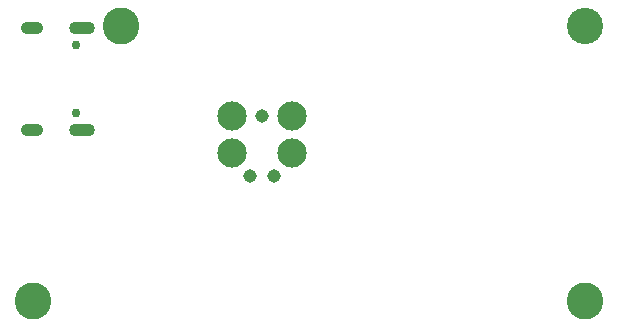
<source format=gbs>
G04*
G04 #@! TF.GenerationSoftware,Altium Limited,Altium Designer,23.0.1 (38)*
G04*
G04 Layer_Color=16711935*
%FSLAX44Y44*%
%MOMM*%
G71*
G04*
G04 #@! TF.SameCoordinates,AA057BD2-FAE9-475E-A33E-1B252B641246*
G04*
G04*
G04 #@! TF.FilePolarity,Negative*
G04*
G01*
G75*
%ADD63O,3.0760X3.1240*%
%ADD64C,3.0760*%
%ADD65C,2.4760*%
%ADD66C,1.1430*%
%ADD67O,1.8760X1.0760*%
%ADD68C,0.7500*%
%ADD69O,2.1760X1.0760*%
D63*
X493014Y26670D02*
D03*
X25280D02*
D03*
X99996Y259100D02*
D03*
D64*
X493014Y259340D02*
D03*
D65*
X193548Y151638D02*
D03*
Y183388D02*
D03*
X244348D02*
D03*
Y151638D02*
D03*
D66*
X218948Y183388D02*
D03*
X229108Y132588D02*
D03*
X208788D02*
D03*
D67*
X24739Y171430D02*
D03*
Y257830D02*
D03*
D68*
X61539Y185730D02*
D03*
Y243530D02*
D03*
D69*
X66539Y257830D02*
D03*
Y171430D02*
D03*
M02*

</source>
